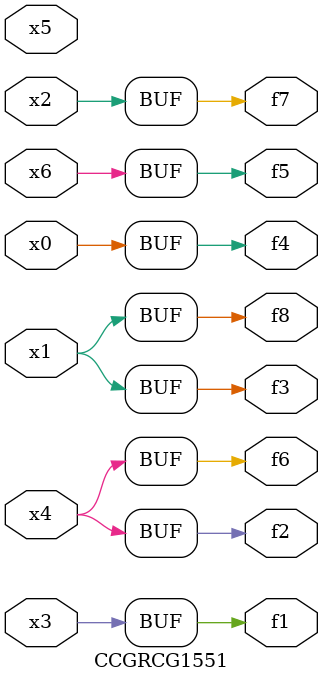
<source format=v>
module CCGRCG1551(
	input x0, x1, x2, x3, x4, x5, x6,
	output f1, f2, f3, f4, f5, f6, f7, f8
);
	assign f1 = x3;
	assign f2 = x4;
	assign f3 = x1;
	assign f4 = x0;
	assign f5 = x6;
	assign f6 = x4;
	assign f7 = x2;
	assign f8 = x1;
endmodule

</source>
